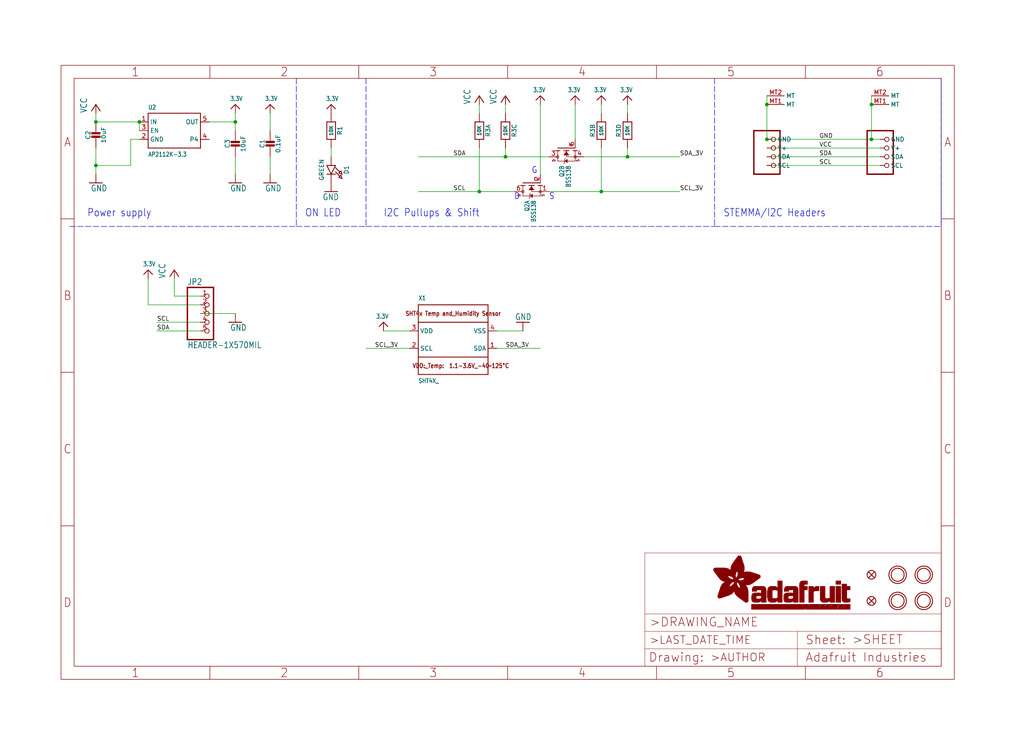
<source format=kicad_sch>
(kicad_sch (version 20211123) (generator eeschema)
  (paper "User" 298.45 217.881)
  (lib_symbols
    (symbol "eagleSchem-eagle-import:3.3V" (power)
      (property "Value" "3.3V" (at -1.524 1.016 0))
      (symbol "3.3V_1_0"
        (pin power_in line (at 0 -2.54 90) (length 2.54) (name "3.3V") (number "1"))
      )
    )
    (symbol "eagleSchem-eagle-import:CAP_CERAMIC0603_NO"
      (property "Reference" "C" (at -2.29 1.25 90))
      (property "Value" "CAP_CERAMIC0603_NO" (at 2.3 1.25 90))
      (symbol "CAP_CERAMIC0603_NO_1_0"
        (pin passive line (at 0 5.08 270) (length 2.54) (name "1") (number "1"))
        (pin passive line (at 0 -2.54 90) (length 2.54) (name "2") (number "2"))
      )
    )
    (symbol "eagleSchem-eagle-import:CAP_CERAMIC0805-NOOUTLINE"
      (property "Reference" "C" (at -2.29 1.25 90))
      (property "Value" "CAP_CERAMIC0805-NOOUTLINE" (at 2.3 1.25 90))
      (symbol "CAP_CERAMIC0805-NOOUTLINE_1_0"
        (pin passive line (at 0 5.08 270) (length 2.54) (name "1") (number "1"))
        (pin passive line (at 0 -2.54 90) (length 2.54) (name "2") (number "2"))
      )
    )
    (symbol "eagleSchem-eagle-import:FIDUCIAL_1MM")
    (symbol "eagleSchem-eagle-import:FRAME_A4_ADAFRUIT"
      (symbol "FRAME_A4_ADAFRUIT_0_0"
        (text "1" (at 21.6958 1.905 0) (effects (font (size 2.54 2.286))))
        (text "1" (at 21.6958 177.165 0) (effects (font (size 2.54 2.286))))
        (text "2" (at 65.0875 1.905 0) (effects (font (size 2.54 2.286))))
        (text "2" (at 65.0875 177.165 0) (effects (font (size 2.54 2.286))))
        (text "3" (at 108.4792 1.905 0) (effects (font (size 2.54 2.286))))
        (text "3" (at 108.4792 177.165 0) (effects (font (size 2.54 2.286))))
        (text "4" (at 151.8708 1.905 0) (effects (font (size 2.54 2.286))))
        (text "4" (at 151.8708 177.165 0) (effects (font (size 2.54 2.286))))
        (text "5" (at 195.2625 1.905 0) (effects (font (size 2.54 2.286))))
        (text "5" (at 195.2625 177.165 0) (effects (font (size 2.54 2.286))))
        (text "6" (at 238.6542 1.905 0) (effects (font (size 2.54 2.286))))
        (text "6" (at 238.6542 177.165 0) (effects (font (size 2.54 2.286))))
        (text "A" (at 1.905 156.6863 0) (effects (font (size 2.54 2.286))))
        (text "A" (at 258.445 156.6863 0) (effects (font (size 2.54 2.286))))
        (text "B" (at 1.905 111.9188 0) (effects (font (size 2.54 2.286))))
        (text "B" (at 258.445 111.9188 0) (effects (font (size 2.54 2.286))))
        (text "C" (at 1.905 67.1513 0) (effects (font (size 2.54 2.286))))
        (text "C" (at 258.445 67.1513 0) (effects (font (size 2.54 2.286))))
        (text "D" (at 1.905 22.3838 0) (effects (font (size 2.54 2.286))))
        (text "D" (at 258.445 22.3838 0) (effects (font (size 2.54 2.286))))
      )
      (symbol "FRAME_A4_ADAFRUIT_1_0"
        (text ">AUTHOR" (at 189.23 5.08 0) (effects (font (size 2.286 2.286)) (justify left bottom)))
        (text ">DRAWING_NAME" (at 171.45 15.24 0) (effects (font (size 2.54 2.54)) (justify left bottom)))
        (text ">LAST_DATE_TIME" (at 171.45 10.16 0) (effects (font (size 2.286 2.286)) (justify left bottom)))
        (text ">SHEET" (at 230.505 10.16 0) (effects (font (size 2.54 2.54)) (justify left bottom)))
        (text "Adafruit Industries" (at 216.916 4.953 0) (effects (font (size 2.54 2.54)) (justify left bottom)))
        (text "Drawing:" (at 171.196 4.953 0) (effects (font (size 2.54 2.54)) (justify left bottom)))
        (text "Sheet:" (at 216.916 10.033 0) (effects (font (size 2.54 2.54)) (justify left bottom)))
      )
    )
    (symbol "eagleSchem-eagle-import:GND" (power)
      (property "Value" "GND" (at -2.54 -2.54 0))
      (symbol "GND_1_0"
        (pin power_in line (at 0 2.54 270) (length 2.54) (name "GND") (number "1"))
      )
    )
    (symbol "eagleSchem-eagle-import:HEADER-1X570MIL"
      (property "Reference" "JP" (at -6.35 8.255 0))
      (property "Value" "HEADER-1X570MIL" (at -6.35 -10.16 0))
      (symbol "HEADER-1X570MIL_1_0"
        (pin passive inverted (at -2.54 5.08 0) (length 2.54) (name "1") (number "1"))
        (pin passive inverted (at -2.54 2.54 0) (length 2.54) (name "2") (number "2"))
        (pin passive inverted (at -2.54 0 0) (length 2.54) (name "3") (number "3"))
        (pin passive inverted (at -2.54 -2.54 0) (length 2.54) (name "4") (number "4"))
        (pin passive inverted (at -2.54 -5.08 0) (length 2.54) (name "5") (number "5"))
      )
    )
    (symbol "eagleSchem-eagle-import:LED0603_NOOUTLINE"
      (property "Reference" "D" (at -1.27 4.445 0))
      (property "Value" "LED0603_NOOUTLINE" (at -1.27 -2.794 0))
      (symbol "LED0603_NOOUTLINE_1_0"
        (pin passive line (at -5.08 0 0) (length 2.54) (name "A") (number "A"))
        (pin passive line (at 2.54 0 180) (length 2.54) (name "C") (number "C"))
      )
    )
    (symbol "eagleSchem-eagle-import:MOSFET-N_DUAL"
      (property "Reference" "Q" (at 5.08 0.635 0))
      (property "Value" "MOSFET-N_DUAL" (at 5.08 -1.27 0))
      (symbol "MOSFET-N_DUAL_1_0"
        (text "D" (at 3.175 3.175 0) (effects (font (size 0.8128 0.6908)) (justify left bottom)))
        (text "G" (at -1.27 -1.905 0) (effects (font (size 0.8128 0.6908)) (justify left bottom)))
        (text "S" (at 3.175 -3.81 0) (effects (font (size 0.8128 0.6908)) (justify left bottom)))
        (pin bidirectional line (at 2.54 -5.08 90) (length 2.54) (name "S") (number "1"))
        (pin bidirectional line (at -2.54 -2.54 0) (length 2.54) (name "G") (number "2"))
        (pin bidirectional line (at 2.54 5.08 270) (length 2.54) (name "D") (number "6"))
      )
      (symbol "MOSFET-N_DUAL_2_0"
        (text "D" (at 3.175 3.175 0) (effects (font (size 0.8128 0.6908)) (justify left bottom)))
        (text "G" (at -1.27 -1.905 0) (effects (font (size 0.8128 0.6908)) (justify left bottom)))
        (text "S" (at 3.175 -3.81 0) (effects (font (size 0.8128 0.6908)) (justify left bottom)))
        (pin bidirectional line (at 2.54 5.08 270) (length 2.54) (name "D") (number "3"))
        (pin bidirectional line (at 2.54 -5.08 90) (length 2.54) (name "S") (number "4"))
        (pin bidirectional line (at -2.54 -2.54 0) (length 2.54) (name "G") (number "5"))
      )
    )
    (symbol "eagleSchem-eagle-import:MOUNTINGHOLE2.5")
    (symbol "eagleSchem-eagle-import:RESISTOR_0603_NOOUT"
      (property "Reference" "R" (at 0 2.54 0))
      (property "Value" "RESISTOR_0603_NOOUT" (at 0 0 0))
      (symbol "RESISTOR_0603_NOOUT_1_0"
        (pin passive line (at -5.08 0 0) (length 2.54) (name "1") (number "1"))
        (pin passive line (at 5.08 0 180) (length 2.54) (name "2") (number "2"))
      )
    )
    (symbol "eagleSchem-eagle-import:RESISTOR_4PACK"
      (property "Reference" "R" (at 0 2.54 0))
      (property "Value" "RESISTOR_4PACK" (at 0 0 0))
      (symbol "RESISTOR_4PACK_1_0"
        (pin passive line (at -5.08 0 0) (length 2.54) (name "1") (number "1"))
        (pin passive line (at 5.08 0 180) (length 2.54) (name "2") (number "8"))
      )
      (symbol "RESISTOR_4PACK_2_0"
        (pin passive line (at -5.08 0 0) (length 2.54) (name "1") (number "2"))
        (pin passive line (at 5.08 0 180) (length 2.54) (name "2") (number "7"))
      )
      (symbol "RESISTOR_4PACK_3_0"
        (pin passive line (at -5.08 0 0) (length 2.54) (name "1") (number "3"))
        (pin passive line (at 5.08 0 180) (length 2.54) (name "2") (number "6"))
      )
      (symbol "RESISTOR_4PACK_4_0"
        (pin passive line (at -5.08 0 0) (length 2.54) (name "1") (number "4"))
        (pin passive line (at 5.08 0 180) (length 2.54) (name "2") (number "5"))
      )
    )
    (symbol "eagleSchem-eagle-import:SHT4X_"
      (property "Reference" "X" (at -10.16 11.43 0))
      (property "Value" "SHT4X_" (at -10.16 -12.7 0))
      (symbol "SHT4X__1_0"
        (text "1.1-3.6V_-40~125°C" (at -1.27 -7.62 0) (effects (font (size 1.27 1.0795) (thickness 0.2159) bold) (justify left)))
        (text "SHT4x Temp and_Humidity Sensor" (at 0 7.62 0) (effects (font (size 1.27 1.0795) (thickness 0.2159) bold)))
        (text "VDD:_Temp:" (at -2.54 -7.62 0) (effects (font (size 1.27 1.0795) (thickness 0.2159) bold) (justify right)))
        (pin bidirectional line (at 12.7 -2.54 180) (length 2.54) (name "SDA") (number "1"))
        (pin bidirectional line (at -12.7 -2.54 0) (length 2.54) (name "SCL") (number "2"))
        (pin power_in line (at -12.7 2.54 0) (length 2.54) (name "VDD") (number "3"))
        (pin power_in line (at 12.7 2.54 180) (length 2.54) (name "VSS") (number "4"))
      )
    )
    (symbol "eagleSchem-eagle-import:STEMMA_I2C_QT"
      (symbol "STEMMA_I2C_QT_1_0"
        (pin passive inverted (at 0 5.08 0) (length 2.54) (name "GND") (number "1"))
        (pin passive inverted (at 0 2.54 0) (length 2.54) (name "V+") (number "2"))
        (pin passive inverted (at 0 0 0) (length 2.54) (name "SDA") (number "3"))
        (pin passive inverted (at 0 -2.54 0) (length 2.54) (name "SCL") (number "4"))
      )
      (symbol "STEMMA_I2C_QT_2_0"
        (pin bidirectional line (at 0 0 0) (length 5.08) (name "MT") (number "MT1"))
      )
      (symbol "STEMMA_I2C_QT_3_0"
        (pin bidirectional line (at 0 0 0) (length 5.08) (name "MT") (number "MT2"))
      )
    )
    (symbol "eagleSchem-eagle-import:VCC" (power)
      (property "Value" "VCC" (at -2.54 -2.54 90))
      (symbol "VCC_1_0"
        (pin power_in line (at 0 -2.54 90) (length 2.54) (name "VCC") (number "1"))
      )
    )
    (symbol "eagleSchem-eagle-import:VREG_SOT23-5"
      (property "Reference" "U" (at -7.62 6.096 0))
      (property "Value" "VREG_SOT23-5" (at -7.62 -7.62 0))
      (symbol "VREG_SOT23-5_1_0"
        (pin power_in line (at -10.16 2.54 0) (length 2.54) (name "IN") (number "1"))
        (pin power_in line (at -10.16 -2.54 0) (length 2.54) (name "GND") (number "2"))
        (pin input line (at -10.16 0 0) (length 2.54) (name "EN") (number "3"))
        (pin bidirectional line (at 10.16 -2.54 180) (length 2.54) (name "P4") (number "4"))
        (pin power_in line (at 10.16 2.54 180) (length 2.54) (name "OUT") (number "5"))
      )
    )
  )
  (junction (at 254 40.64))
  (junction (at 68.58 35.56))
  (junction (at 147.32 45.72))
  (junction (at 40.64 35.56))
  (junction (at 223.52 40.64))
  (junction (at 182.88 45.72))
  (junction (at 27.94 48.26))
  (junction (at 139.7 55.88))
  (junction (at 254 30.48))
  (junction (at 223.52 30.48))
  (junction (at 175.26 55.88))
  (junction (at 27.94 35.56))
  (wire (pts (xy 160.02 45.72) (xy 147.32 45.72)))
  (wire (pts (xy 139.7 55.88) (xy 121.92 55.88)))
  (wire (pts (xy 147.32 33.02) (xy 147.32 30.48)))
  (wire (pts (xy 119.38 101.6) (xy 106.68 101.6)))
  (wire (pts (xy 139.7 43.18) (xy 139.7 55.88)))
  (wire (pts (xy 40.64 40.64) (xy 38.1 40.64)))
  (wire (pts (xy 111.76 96.52) (xy 119.38 96.52)))
  (wire (pts (xy 68.58 35.56) (xy 68.58 33.02)))
  (wire (pts (xy 256.54 45.72) (xy 223.52 45.72)))
  (polyline (pts (xy 86.36 22.86) (xy 86.36 66.04)))
  (polyline (pts (xy 208.28 22.86) (xy 208.28 66.04)))
  (wire (pts (xy 175.26 43.18) (xy 175.26 55.88)))
  (wire (pts (xy 40.64 35.56) (xy 27.94 35.56)))
  (wire (pts (xy 167.64 40.64) (xy 167.64 30.48)))
  (wire (pts (xy 223.52 43.18) (xy 256.54 43.18)))
  (wire (pts (xy 144.78 101.6) (xy 157.48 101.6)))
  (wire (pts (xy 147.32 43.18) (xy 147.32 45.72)))
  (wire (pts (xy 254 40.64) (xy 223.52 40.64)))
  (polyline (pts (xy 20.32 66.04) (xy 86.36 66.04)))
  (wire (pts (xy 147.32 45.72) (xy 121.92 45.72)))
  (polyline (pts (xy 208.28 66.04) (xy 274.32 66.04)))
  (wire (pts (xy 50.8 86.36) (xy 50.8 81.28)))
  (wire (pts (xy 38.1 48.26) (xy 27.94 48.26)))
  (wire (pts (xy 27.94 48.26) (xy 27.94 50.8)))
  (wire (pts (xy 78.74 33.02) (xy 78.74 38.1)))
  (wire (pts (xy 58.42 91.44) (xy 68.58 91.44)))
  (wire (pts (xy 182.88 45.72) (xy 198.12 45.72)))
  (wire (pts (xy 223.52 27.94) (xy 223.52 30.48)))
  (wire (pts (xy 223.52 48.26) (xy 256.54 48.26)))
  (wire (pts (xy 182.88 33.02) (xy 182.88 30.48)))
  (wire (pts (xy 223.52 30.48) (xy 223.52 40.64)))
  (wire (pts (xy 254 30.48) (xy 254 40.64)))
  (wire (pts (xy 60.96 35.56) (xy 68.58 35.56)))
  (wire (pts (xy 175.26 55.88) (xy 198.12 55.88)))
  (wire (pts (xy 78.74 45.72) (xy 78.74 50.8)))
  (wire (pts (xy 58.42 96.52) (xy 45.72 96.52)))
  (wire (pts (xy 58.42 88.9) (xy 43.18 88.9)))
  (wire (pts (xy 27.94 48.26) (xy 27.94 43.18)))
  (wire (pts (xy 170.18 45.72) (xy 182.88 45.72)))
  (wire (pts (xy 157.48 50.8) (xy 157.48 30.48)))
  (wire (pts (xy 256.54 40.64) (xy 254 40.64)))
  (wire (pts (xy 58.42 93.98) (xy 45.72 93.98)))
  (wire (pts (xy 96.52 45.72) (xy 96.52 43.18)))
  (wire (pts (xy 68.58 45.72) (xy 68.58 50.8)))
  (wire (pts (xy 68.58 35.56) (xy 68.58 38.1)))
  (wire (pts (xy 139.7 30.48) (xy 139.7 33.02)))
  (wire (pts (xy 175.26 33.02) (xy 175.26 30.48)))
  (wire (pts (xy 43.18 88.9) (xy 43.18 81.28)))
  (wire (pts (xy 27.94 33.02) (xy 27.94 35.56)))
  (polyline (pts (xy 86.36 66.04) (xy 106.68 66.04)))
  (wire (pts (xy 38.1 40.64) (xy 38.1 48.26)))
  (wire (pts (xy 182.88 43.18) (xy 182.88 45.72)))
  (polyline (pts (xy 106.68 22.86) (xy 106.68 66.04)))
  (wire (pts (xy 254 27.94) (xy 254 30.48)))
  (wire (pts (xy 160.02 55.88) (xy 175.26 55.88)))
  (wire (pts (xy 149.86 55.88) (xy 139.7 55.88)))
  (wire (pts (xy 58.42 86.36) (xy 50.8 86.36)))
  (wire (pts (xy 152.4 96.52) (xy 144.78 96.52)))
  (polyline (pts (xy 106.68 66.04) (xy 208.28 66.04)))
  (wire (pts (xy 40.64 38.1) (xy 40.64 35.56)))
  (polyline (pts (xy 274.32 22.86) (xy 274.32 66.04)))
  (text "D" (at 149.86 58.42 180) (effects (font (size 1.778 1.5113)) (justify left bottom)))
  (text "G" (at 154.94 50.8 180) (effects (font (size 1.778 1.5113)) (justify left bottom)))
  (text "Power supply" (at 25.4 63.5 180) (effects (font (size 2.1844 1.8567)) (justify left bottom)))
  (text "STEMMA/I2C Headers" (at 210.82 63.5 180) (effects (font (size 2.1844 1.8567)) (justify left bottom)))
  (text "S" (at 160.02 58.42 180) (effects (font (size 1.778 1.5113)) (justify left bottom)))
  (text "I2C Pullups & Shift" (at 111.76 63.5 180) (effects (font (size 2.1844 1.8567)) (justify left bottom)))
  (text "ON LED" (at 88.9 63.5 180) (effects (font (size 2.1844 1.8567)) (justify left bottom)))
  (label "SCL_3V" (at 198.12 55.88 0) (effects (font (size 1.2446 1.2446))))
  (label "SDA" (at 238.76 45.72 0) (effects (font (size 1.2446 1.2446))))
  (label "VCC" (at 238.76 43.18 0) (effects (font (size 1.2446 1.2446))))
  (label "SCL" (at 238.76 48.26 0) (effects (font (size 1.2446 1.2446))))
  (label "SCL" (at 132.08 55.88 0) (effects (font (size 1.2446 1.2446))))
  (label "SDA_3V" (at 198.12 45.72 0) (effects (font (size 1.2446 1.2446))))
  (label "SDA_3V" (at 147.32 101.6 0) (effects (font (size 1.2446 1.2446))))
  (label "SCL" (at 45.72 93.98 0) (effects (font (size 1.2446 1.2446))))
  (label "SCL_3V" (at 109.22 101.6 0) (effects (font (size 1.2446 1.2446))))
  (label "SDA" (at 45.72 96.52 0) (effects (font (size 1.2446 1.2446))))
  (label "GND" (at 238.76 40.64 0) (effects (font (size 1.2446 1.2446))))
  (label "SDA" (at 132.08 45.72 0) (effects (font (size 1.2446 1.2446))))
  (symbol (lib_id "eagleSchem-eagle-import:FRAME_A4_ADAFRUIT") (at 17.78 198.12 0) (unit 1)
    (property "Reference" "#U$18" (effects hide))
    (property "Value" "FRAME_A4_ADAFRUIT" (effects hide))
    (property "Footprint" "eagleSchem:" (effects hide))
  )
  (symbol (lib_id "eagleSchem-eagle-import:STEMMA_I2C_QT") (at 223.52 30.48 0) (unit 2)
    (property "Reference" "CONN3" (effects hide))
    (property "Value" "STEMMA_I2C_QT" (effects hide))
    (property "Footprint" "eagleSchem:JST_SH4" (effects hide))
  )
  (symbol (lib_id "eagleSchem-eagle-import:3.3V") (at 68.58 30.48 0) (unit 1)
    (property "Reference" "#U$15" (effects hide))
    (property "Value" "3.3V" (at 67.056 29.464 0) (effects (font (size 1.27 1.0795)) (justify left bottom)))
    (property "Footprint" "eagleSchem:" (effects hide))
  )
  (symbol (lib_id "eagleSchem-eagle-import:STEMMA_I2C_QT") (at 223.52 27.94 0) (unit 3)
    (property "Reference" "CONN3" (effects hide))
    (property "Value" "STEMMA_I2C_QT" (effects hide))
    (property "Footprint" "eagleSchem:JST_SH4" (effects hide))
  )
  (symbol (lib_id "eagleSchem-eagle-import:RESISTOR_0603_NOOUT") (at 96.52 38.1 270) (unit 1)
    (property "Reference" "R1" (at 99.06 38.1 0))
    (property "Value" "10K" (at 96.52 38.1 0) (effects (font (size 1.016 1.016) bold)))
    (property "Footprint" "eagleSchem:0603-NO" (effects hide))
  )
  (symbol (lib_id "eagleSchem-eagle-import:MOUNTINGHOLE2.5") (at 269.24 175.26 0) (unit 1)
    (property "Reference" "U$21" (effects hide))
    (property "Value" "MOUNTINGHOLE2.5" (effects hide))
    (property "Footprint" "eagleSchem:MOUNTINGHOLE_2.5_PLATED" (effects hide))
  )
  (symbol (lib_id "eagleSchem-eagle-import:RESISTOR_4PACK") (at 139.7 38.1 270) (unit 1)
    (property "Reference" "R3" (at 142.24 38.1 0))
    (property "Value" "10K" (at 139.7 38.1 0) (effects (font (size 1.016 1.016) bold)))
    (property "Footprint" "eagleSchem:RESPACK_4X0603" (effects hide))
  )
  (symbol (lib_id "eagleSchem-eagle-import:VREG_SOT23-5") (at 50.8 38.1 0) (unit 1)
    (property "Reference" "U2" (at 43.18 32.004 0) (effects (font (size 1.27 1.0795)) (justify left bottom)))
    (property "Value" "AP2112K-3.3" (at 43.18 45.72 0) (effects (font (size 1.27 1.0795)) (justify left bottom)))
    (property "Footprint" "eagleSchem:SOT23-5" (effects hide))
  )
  (symbol (lib_id "eagleSchem-eagle-import:VCC") (at 147.32 27.94 0) (unit 1)
    (property "Reference" "#P+2" (effects hide))
    (property "Value" "VCC" (at 144.78 30.48 90) (effects (font (size 1.778 1.5113)) (justify left bottom)))
    (property "Footprint" "eagleSchem:" (effects hide))
  )
  (symbol (lib_id "eagleSchem-eagle-import:MOUNTINGHOLE2.5") (at 261.62 175.26 0) (unit 1)
    (property "Reference" "U$1" (effects hide))
    (property "Value" "MOUNTINGHOLE2.5" (effects hide))
    (property "Footprint" "eagleSchem:MOUNTINGHOLE_2.5_PLATED" (effects hide))
  )
  (symbol (lib_id "eagleSchem-eagle-import:3.3V") (at 182.88 27.94 0) (mirror y) (unit 1)
    (property "Reference" "#U$7" (effects hide))
    (property "Value" "3.3V" (at 184.404 26.924 0) (effects (font (size 1.27 1.0795)) (justify left bottom)))
    (property "Footprint" "eagleSchem:" (effects hide))
  )
  (symbol (lib_id "eagleSchem-eagle-import:VCC") (at 139.7 27.94 0) (unit 1)
    (property "Reference" "#P+1" (effects hide))
    (property "Value" "VCC" (at 137.16 30.48 90) (effects (font (size 1.778 1.5113)) (justify left bottom)))
    (property "Footprint" "eagleSchem:" (effects hide))
  )
  (symbol (lib_id "eagleSchem-eagle-import:GND") (at 68.58 93.98 0) (unit 1)
    (property "Reference" "#U$10" (effects hide))
    (property "Value" "GND" (at 67.056 96.52 0) (effects (font (size 1.778 1.5113)) (justify left bottom)))
    (property "Footprint" "eagleSchem:" (effects hide))
  )
  (symbol (lib_id "eagleSchem-eagle-import:CAP_CERAMIC0805-NOOUTLINE") (at 68.58 43.18 0) (unit 1)
    (property "Reference" "C3" (at 66.29 41.93 90))
    (property "Value" "10uF" (at 70.88 41.93 90))
    (property "Footprint" "eagleSchem:0805-NO" (effects hide))
  )
  (symbol (lib_id "eagleSchem-eagle-import:MOUNTINGHOLE2.5") (at 261.62 167.64 0) (unit 1)
    (property "Reference" "U$17" (effects hide))
    (property "Value" "MOUNTINGHOLE2.5" (effects hide))
    (property "Footprint" "eagleSchem:MOUNTINGHOLE_2.5_PLATED" (effects hide))
  )
  (symbol (lib_id "eagleSchem-eagle-import:MOSFET-N_DUAL") (at 154.94 53.34 90) (mirror x) (unit 1)
    (property "Reference" "Q2" (at 154.305 58.42 0) (effects (font (size 1.27 1.0795)) (justify left bottom)))
    (property "Value" "BSS138" (at 156.21 58.42 0) (effects (font (size 1.27 1.0795)) (justify left bottom)))
    (property "Footprint" "eagleSchem:SOT363" (effects hide))
  )
  (symbol (lib_id "eagleSchem-eagle-import:3.3V") (at 167.64 27.94 0) (mirror y) (unit 1)
    (property "Reference" "#U$23" (effects hide))
    (property "Value" "3.3V" (at 169.164 26.924 0) (effects (font (size 1.27 1.0795)) (justify left bottom)))
    (property "Footprint" "eagleSchem:" (effects hide))
  )
  (symbol (lib_id "eagleSchem-eagle-import:MOSFET-N_DUAL") (at 165.1 43.18 90) (mirror x) (unit 2)
    (property "Reference" "Q2" (at 164.465 48.26 0) (effects (font (size 1.27 1.0795)) (justify left bottom)))
    (property "Value" "BSS138" (at 166.37 48.26 0) (effects (font (size 1.27 1.0795)) (justify left bottom)))
    (property "Footprint" "eagleSchem:SOT363" (effects hide))
  )
  (symbol (lib_id "eagleSchem-eagle-import:RESISTOR_4PACK") (at 182.88 38.1 90) (mirror x) (unit 4)
    (property "Reference" "R3" (at 180.34 38.1 0))
    (property "Value" "10K" (at 182.88 38.1 0) (effects (font (size 1.016 1.016) bold)))
    (property "Footprint" "eagleSchem:RESPACK_4X0603" (effects hide))
  )
  (symbol (lib_id "eagleSchem-eagle-import:VCC") (at 27.94 30.48 0) (unit 1)
    (property "Reference" "#P+3" (effects hide))
    (property "Value" "VCC" (at 25.4 33.02 90) (effects (font (size 1.778 1.5113)) (justify left bottom)))
    (property "Footprint" "eagleSchem:" (effects hide))
  )
  (symbol (lib_id "eagleSchem-eagle-import:FIDUCIAL_1MM") (at 254 175.26 0) (unit 1)
    (property "Reference" "FID3" (effects hide))
    (property "Value" "FIDUCIAL_1MM" (effects hide))
    (property "Footprint" "eagleSchem:FIDUCIAL_1MM" (effects hide))
  )
  (symbol (lib_id "eagleSchem-eagle-import:3.3V") (at 175.26 27.94 0) (mirror y) (unit 1)
    (property "Reference" "#U$24" (effects hide))
    (property "Value" "3.3V" (at 176.784 26.924 0) (effects (font (size 1.27 1.0795)) (justify left bottom)))
    (property "Footprint" "eagleSchem:" (effects hide))
  )
  (symbol (lib_id "eagleSchem-eagle-import:3.3V") (at 43.18 78.74 0) (unit 1)
    (property "Reference" "#U$16" (effects hide))
    (property "Value" "3.3V" (at 41.656 77.724 0) (effects (font (size 1.27 1.0795)) (justify left bottom)))
    (property "Footprint" "eagleSchem:" (effects hide))
  )
  (symbol (lib_id "eagleSchem-eagle-import:RESISTOR_4PACK") (at 175.26 38.1 90) (mirror x) (unit 2)
    (property "Reference" "R3" (at 172.72 38.1 0))
    (property "Value" "10K" (at 175.26 38.1 0) (effects (font (size 1.016 1.016) bold)))
    (property "Footprint" "eagleSchem:RESPACK_4X0603" (effects hide))
  )
  (symbol (lib_id "eagleSchem-eagle-import:3.3V") (at 157.48 27.94 0) (mirror y) (unit 1)
    (property "Reference" "#U$26" (effects hide))
    (property "Value" "3.3V" (at 159.004 26.924 0) (effects (font (size 1.27 1.0795)) (justify left bottom)))
    (property "Footprint" "eagleSchem:" (effects hide))
  )
  (symbol (lib_id "eagleSchem-eagle-import:RESISTOR_4PACK") (at 147.32 38.1 270) (unit 3)
    (property "Reference" "R3" (at 149.86 38.1 0))
    (property "Value" "10K" (at 147.32 38.1 0) (effects (font (size 1.016 1.016) bold)))
    (property "Footprint" "eagleSchem:RESPACK_4X0603" (effects hide))
  )
  (symbol (lib_id "eagleSchem-eagle-import:HEADER-1X570MIL") (at 60.96 91.44 0) (unit 1)
    (property "Reference" "JP2" (at 54.61 83.185 0) (effects (font (size 1.778 1.5113)) (justify left bottom)))
    (property "Value" "HEADER-1X570MIL" (at 54.61 101.6 0) (effects (font (size 1.778 1.5113)) (justify left bottom)))
    (property "Footprint" "eagleSchem:1X05_ROUND_70" (effects hide))
  )
  (symbol (lib_id "eagleSchem-eagle-import:LED0603_NOOUTLINE") (at 96.52 50.8 270) (unit 1)
    (property "Reference" "D1" (at 100.965 49.53 0))
    (property "Value" "GREEN" (at 93.726 49.53 0))
    (property "Footprint" "eagleSchem:CHIPLED_0603_NOOUTLINE" (effects hide))
  )
  (symbol (lib_id "eagleSchem-eagle-import:CAP_CERAMIC0603_NO") (at 78.74 43.18 0) (unit 1)
    (property "Reference" "C1" (at 76.45 41.93 90))
    (property "Value" "0.1uF" (at 81.04 41.93 90))
    (property "Footprint" "eagleSchem:0603-NO" (effects hide))
  )
  (symbol (lib_id "eagleSchem-eagle-import:3.3V") (at 78.74 30.48 0) (unit 1)
    (property "Reference" "#U$14" (effects hide))
    (property "Value" "3.3V" (at 77.216 29.464 0) (effects (font (size 1.27 1.0795)) (justify left bottom)))
    (property "Footprint" "eagleSchem:" (effects hide))
  )
  (symbol (lib_id "eagleSchem-eagle-import:GND") (at 152.4 93.98 180) (unit 1)
    (property "Reference" "#GND1" (effects hide))
    (property "Value" "GND" (at 154.94 91.44 0) (effects (font (size 1.778 1.5113)) (justify left bottom)))
    (property "Footprint" "eagleSchem:" (effects hide))
  )
  (symbol (lib_id "eagleSchem-eagle-import:SHT4X_") (at 132.08 99.06 0) (unit 1)
    (property "Reference" "X1" (at 121.92 87.63 0) (effects (font (size 1.27 1.0795)) (justify left bottom)))
    (property "Value" "SHT4X_" (at 121.92 111.76 0) (effects (font (size 1.27 1.0795)) (justify left bottom)))
    (property "Footprint" "eagleSchem:SHT4X" (effects hide))
  )
  (symbol (lib_id "eagleSchem-eagle-import:VCC") (at 50.8 78.74 0) (unit 1)
    (property "Reference" "#P+4" (effects hide))
    (property "Value" "VCC" (at 48.26 81.28 90) (effects (font (size 1.778 1.5113)) (justify left bottom)))
    (property "Footprint" "eagleSchem:" (effects hide))
  )
  (symbol (lib_id "eagleSchem-eagle-import:3.3V") (at 111.76 93.98 0) (mirror y) (unit 1)
    (property "Reference" "#U$2" (effects hide))
    (property "Value" "3.3V" (at 113.284 92.964 0) (effects (font (size 1.27 1.0795)) (justify left bottom)))
    (property "Footprint" "eagleSchem:" (effects hide))
  )
  (symbol (lib_id "eagleSchem-eagle-import:GND") (at 78.74 53.34 0) (unit 1)
    (property "Reference" "#U$6" (effects hide))
    (property "Value" "GND" (at 77.216 55.88 0) (effects (font (size 1.778 1.5113)) (justify left bottom)))
    (property "Footprint" "eagleSchem:" (effects hide))
  )
  (symbol (lib_id "eagleSchem-eagle-import:GND") (at 96.52 55.88 0) (unit 1)
    (property "Reference" "#GND6" (effects hide))
    (property "Value" "GND" (at 93.98 58.42 0) (effects (font (size 1.778 1.5113)) (justify left bottom)))
    (property "Footprint" "eagleSchem:" (effects hide))
  )
  (symbol (lib_id "eagleSchem-eagle-import:GND") (at 68.58 53.34 0) (unit 1)
    (property "Reference" "#U$5" (effects hide))
    (property "Value" "GND" (at 67.056 55.88 0) (effects (font (size 1.778 1.5113)) (justify left bottom)))
    (property "Footprint" "eagleSchem:" (effects hide))
  )
  (symbol (lib_id "eagleSchem-eagle-import:FIDUCIAL_1MM") (at 254 167.64 0) (unit 1)
    (property "Reference" "FID4" (effects hide))
    (property "Value" "FIDUCIAL_1MM" (effects hide))
    (property "Footprint" "eagleSchem:FIDUCIAL_1MM" (effects hide))
  )
  (symbol (lib_id "eagleSchem-eagle-import:STEMMA_I2C_QT") (at 256.54 45.72 0) (unit 1)
    (property "Reference" "CONN4" (effects hide))
    (property "Value" "STEMMA_I2C_QT" (effects hide))
    (property "Footprint" "eagleSchem:JST_SH4" (effects hide))
  )
  (symbol (lib_id "eagleSchem-eagle-import:STEMMA_I2C_QT") (at 254 27.94 0) (unit 3)
    (property "Reference" "CONN4" (effects hide))
    (property "Value" "STEMMA_I2C_QT" (effects hide))
    (property "Footprint" "eagleSchem:JST_SH4" (effects hide))
  )
  (symbol (lib_id "eagleSchem-eagle-import:STEMMA_I2C_QT") (at 254 30.48 0) (unit 2)
    (property "Reference" "CONN4" (effects hide))
    (property "Value" "STEMMA_I2C_QT" (effects hide))
    (property "Footprint" "eagleSchem:JST_SH4" (effects hide))
  )
  (symbol (lib_id "eagleSchem-eagle-import:3.3V") (at 96.52 30.48 0) (unit 1)
    (property "Reference" "#U$3" (effects hide))
    (property "Value" "3.3V" (at 94.996 29.464 0) (effects (font (size 1.27 1.0795)) (justify left bottom)))
    (property "Footprint" "eagleSchem:" (effects hide))
  )
  (symbol (lib_id "eagleSchem-eagle-import:GND") (at 27.94 53.34 0) (unit 1)
    (property "Reference" "#U$13" (effects hide))
    (property "Value" "GND" (at 26.416 55.88 0) (effects (font (size 1.778 1.5113)) (justify left bottom)))
    (property "Footprint" "eagleSchem:" (effects hide))
  )
  (symbol (lib_id "eagleSchem-eagle-import:STEMMA_I2C_QT") (at 223.52 45.72 0) (unit 1)
    (property "Reference" "CONN3" (effects hide))
    (property "Value" "STEMMA_I2C_QT" (effects hide))
    (property "Footprint" "eagleSchem:JST_SH4" (effects hide))
  )
  (symbol (lib_id "eagleSchem-eagle-import:CAP_CERAMIC0805-NOOUTLINE") (at 27.94 40.64 0) (unit 1)
    (property "Reference" "C2" (at 25.65 39.39 90))
    (property "Value" "10uF" (at 30.24 39.39 90))
    (property "Footprint" "eagleSchem:0805-NO" (effects hide))
  )
  (symbol (lib_id "eagleSchem-eagle-import:MOUNTINGHOLE2.5") (at 269.24 167.64 0) (unit 1)
    (property "Reference" "U$19" (effects hide))
    (property "Value" "MOUNTINGHOLE2.5" (effects hide))
    (property "Footprint" "eagleSchem:MOUNTINGHOLE_2.5_PLATED" (effects hide))
  )
)
</source>
